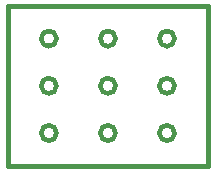
<source format=gbr>
G04 #@! TF.GenerationSoftware,KiCad,Pcbnew,5.1.6-c6e7f7d~87~ubuntu19.10.1*
G04 #@! TF.CreationDate,2023-01-30T23:43:37+06:00*
G04 #@! TF.ProjectId,spacer_PBS-24-302SP_r2a,73706163-6572-45f5-9042-532d32342d33,1A*
G04 #@! TF.SameCoordinates,Original*
G04 #@! TF.FileFunction,Profile,NP*
%FSLAX46Y46*%
G04 Gerber Fmt 4.6, Leading zero omitted, Abs format (unit mm)*
G04 Created by KiCad (PCBNEW 5.1.6-c6e7f7d~87~ubuntu19.10.1) date 2023-01-30 23:43:37*
%MOMM*%
%LPD*%
G01*
G04 APERTURE LIST*
G04 #@! TA.AperFunction,Profile*
%ADD10C,0.400000*%
G04 #@! TD*
G04 APERTURE END LIST*
D10*
X111060000Y-152590000D02*
G75*
G03*
X111060000Y-152590000I-650000J0D01*
G01*
X106060000Y-152590000D02*
G75*
G03*
X106060000Y-152590000I-650000J0D01*
G01*
X101060000Y-152590000D02*
G75*
G03*
X101060000Y-152590000I-650000J0D01*
G01*
X111060000Y-148590000D02*
G75*
G03*
X111060000Y-148590000I-650000J0D01*
G01*
X106060000Y-148590000D02*
G75*
G03*
X106060000Y-148590000I-650000J0D01*
G01*
X101060000Y-148590000D02*
G75*
G03*
X101060000Y-148590000I-650000J0D01*
G01*
X111060000Y-144590000D02*
G75*
G03*
X111060000Y-144590000I-650000J0D01*
G01*
X106060000Y-144590000D02*
G75*
G03*
X106060000Y-144590000I-650000J0D01*
G01*
X101060000Y-144590000D02*
G75*
G03*
X101060000Y-144590000I-650000J0D01*
G01*
X113910000Y-141840000D02*
X113910000Y-155340000D01*
X96910000Y-141840000D02*
X96910000Y-155340000D01*
X96910000Y-155340000D02*
X113910000Y-155340000D01*
X96910000Y-141840000D02*
X113910000Y-141840000D01*
M02*

</source>
